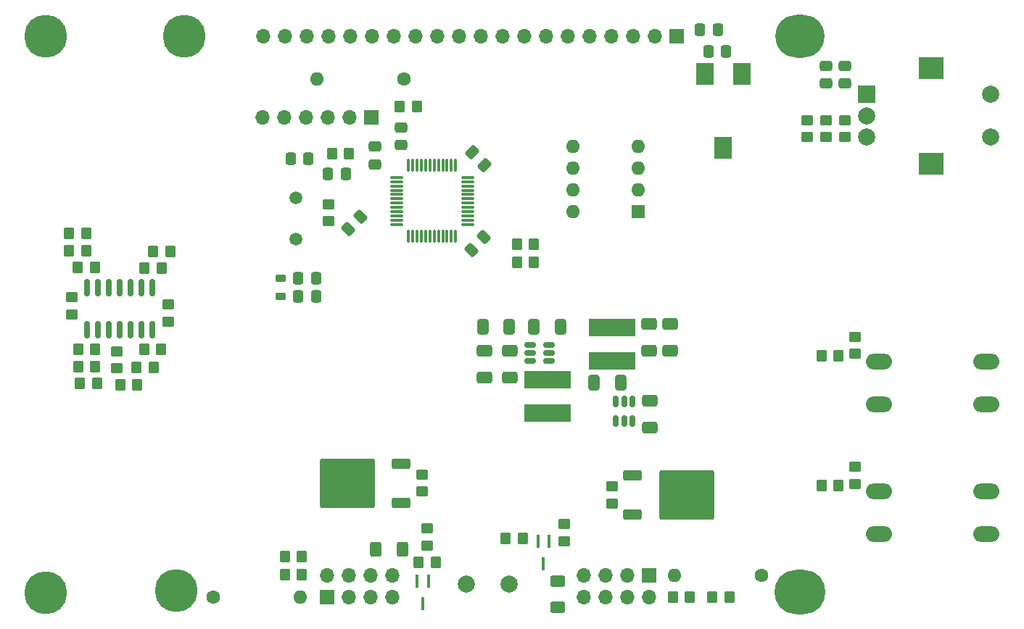
<source format=gbr>
%TF.GenerationSoftware,KiCad,Pcbnew,7.0.6*%
%TF.CreationDate,2023-08-14T13:22:57+02:00*%
%TF.ProjectId,forrasztos,666f7272-6173-47a7-946f-732e6b696361,rev?*%
%TF.SameCoordinates,Original*%
%TF.FileFunction,Soldermask,Top*%
%TF.FilePolarity,Negative*%
%FSLAX46Y46*%
G04 Gerber Fmt 4.6, Leading zero omitted, Abs format (unit mm)*
G04 Created by KiCad (PCBNEW 7.0.6) date 2023-08-14 13:22:57*
%MOMM*%
%LPD*%
G01*
G04 APERTURE LIST*
G04 Aperture macros list*
%AMRoundRect*
0 Rectangle with rounded corners*
0 $1 Rounding radius*
0 $2 $3 $4 $5 $6 $7 $8 $9 X,Y pos of 4 corners*
0 Add a 4 corners polygon primitive as box body*
4,1,4,$2,$3,$4,$5,$6,$7,$8,$9,$2,$3,0*
0 Add four circle primitives for the rounded corners*
1,1,$1+$1,$2,$3*
1,1,$1+$1,$4,$5*
1,1,$1+$1,$6,$7*
1,1,$1+$1,$8,$9*
0 Add four rect primitives between the rounded corners*
20,1,$1+$1,$2,$3,$4,$5,0*
20,1,$1+$1,$4,$5,$6,$7,0*
20,1,$1+$1,$6,$7,$8,$9,0*
20,1,$1+$1,$8,$9,$2,$3,0*%
G04 Aperture macros list end*
%ADD10RoundRect,0.250000X0.400000X0.625000X-0.400000X0.625000X-0.400000X-0.625000X0.400000X-0.625000X0*%
%ADD11RoundRect,0.250000X0.450000X-0.350000X0.450000X0.350000X-0.450000X0.350000X-0.450000X-0.350000X0*%
%ADD12C,2.900000*%
%ADD13C,5.000000*%
%ADD14RoundRect,0.150000X0.150000X-0.512500X0.150000X0.512500X-0.150000X0.512500X-0.150000X-0.512500X0*%
%ADD15O,3.670000X3.100000*%
%ADD16O,5.970000X5.200000*%
%ADD17O,3.670000X2.900000*%
%ADD18O,5.770000X5.000000*%
%ADD19RoundRect,0.250000X-0.337500X-0.475000X0.337500X-0.475000X0.337500X0.475000X-0.337500X0.475000X0*%
%ADD20O,1.700000X1.700000*%
%ADD21R,1.700000X1.700000*%
%ADD22R,0.450000X1.500000*%
%ADD23RoundRect,0.250000X0.475000X-0.337500X0.475000X0.337500X-0.475000X0.337500X-0.475000X-0.337500X0*%
%ADD24RoundRect,0.250000X-0.350000X-0.450000X0.350000X-0.450000X0.350000X0.450000X-0.350000X0.450000X0*%
%ADD25RoundRect,0.150000X-0.150000X0.825000X-0.150000X-0.825000X0.150000X-0.825000X0.150000X0.825000X0*%
%ADD26RoundRect,0.150000X0.512500X0.150000X-0.512500X0.150000X-0.512500X-0.150000X0.512500X-0.150000X0*%
%ADD27RoundRect,0.250000X-0.574524X-0.097227X-0.097227X-0.574524X0.574524X0.097227X0.097227X0.574524X0*%
%ADD28RoundRect,0.249997X-2.950003X-2.650003X2.950003X-2.650003X2.950003X2.650003X-2.950003X2.650003X0*%
%ADD29RoundRect,0.250000X-0.850000X-0.350000X0.850000X-0.350000X0.850000X0.350000X-0.850000X0.350000X0*%
%ADD30R,5.500000X2.150000*%
%ADD31RoundRect,0.250000X-0.450000X0.350000X-0.450000X-0.350000X0.450000X-0.350000X0.450000X0.350000X0*%
%ADD32RoundRect,0.250000X0.650000X-0.412500X0.650000X0.412500X-0.650000X0.412500X-0.650000X-0.412500X0*%
%ADD33RoundRect,0.075000X-0.662500X-0.075000X0.662500X-0.075000X0.662500X0.075000X-0.662500X0.075000X0*%
%ADD34RoundRect,0.075000X-0.075000X-0.662500X0.075000X-0.662500X0.075000X0.662500X-0.075000X0.662500X0*%
%ADD35RoundRect,0.250000X0.350000X0.450000X-0.350000X0.450000X-0.350000X-0.450000X0.350000X-0.450000X0*%
%ADD36RoundRect,0.250000X-0.097227X0.574524X-0.574524X0.097227X0.097227X-0.574524X0.574524X-0.097227X0*%
%ADD37RoundRect,0.218750X-0.381250X0.218750X-0.381250X-0.218750X0.381250X-0.218750X0.381250X0.218750X0*%
%ADD38RoundRect,0.250000X-0.412500X-0.650000X0.412500X-0.650000X0.412500X0.650000X-0.412500X0.650000X0*%
%ADD39RoundRect,0.250000X0.412500X0.650000X-0.412500X0.650000X-0.412500X-0.650000X0.412500X-0.650000X0*%
%ADD40C,1.600000*%
%ADD41O,1.600000X1.600000*%
%ADD42O,3.048000X1.850000*%
%ADD43RoundRect,0.250000X0.625000X-0.400000X0.625000X0.400000X-0.625000X0.400000X-0.625000X-0.400000X0*%
%ADD44R,2.000000X2.500000*%
%ADD45C,1.500000*%
%ADD46C,2.000000*%
%ADD47R,1.600000X1.600000*%
%ADD48R,2.000000X2.000000*%
%ADD49R,3.000000X2.500000*%
%ADD50RoundRect,0.250000X-0.650000X0.412500X-0.650000X-0.412500X0.650000X-0.412500X0.650000X0.412500X0*%
%ADD51RoundRect,0.249997X2.950003X2.650003X-2.950003X2.650003X-2.950003X-2.650003X2.950003X-2.650003X0*%
%ADD52RoundRect,0.250000X0.850000X0.350000X-0.850000X0.350000X-0.850000X-0.350000X0.850000X-0.350000X0*%
G04 APERTURE END LIST*
D10*
%TO.C,R9*%
X137650000Y-125400000D03*
X134550000Y-125400000D03*
%TD*%
D11*
%TO.C,R11*%
X190440000Y-117800000D03*
X190440000Y-115800000D03*
%TD*%
D12*
%TO.C,H3*%
X111200000Y-130300000D03*
D13*
X111200000Y-130300000D03*
%TD*%
D14*
%TO.C,U1*%
X162562499Y-110450000D03*
X163512499Y-110450000D03*
X164462499Y-110450000D03*
X164462499Y-108175000D03*
X163512499Y-108175000D03*
X162562499Y-108175000D03*
%TD*%
D15*
%TO.C,H2*%
X184000000Y-130400000D03*
D16*
X184000000Y-130400000D03*
%TD*%
D17*
%TO.C,H1*%
X184000000Y-65500000D03*
D18*
X184000000Y-65500000D03*
%TD*%
D11*
%TO.C,R1*%
X184850000Y-77300000D03*
X184850000Y-75300000D03*
%TD*%
D19*
%TO.C,C7*%
X173362500Y-67300000D03*
X175437500Y-67300000D03*
%TD*%
D20*
%TO.C,J2*%
X131340000Y-131010000D03*
X133880000Y-131010000D03*
X131340000Y-128470000D03*
X136420000Y-131010000D03*
X133880000Y-128470000D03*
X136420000Y-128470000D03*
D21*
X128800000Y-131010000D03*
D20*
X128800000Y-128470000D03*
%TD*%
D22*
%TO.C,Q2*%
X140650000Y-129140000D03*
X139350000Y-129140000D03*
X140000000Y-131800000D03*
%TD*%
D23*
%TO.C,C16*%
X134400000Y-80437500D03*
X134400000Y-78362500D03*
%TD*%
D19*
%TO.C,C12*%
X125462501Y-93800000D03*
X127537501Y-93800000D03*
%TD*%
%TO.C,C11*%
X125462500Y-95900001D03*
X127537500Y-95900001D03*
%TD*%
D11*
%TO.C,R4*%
X129000000Y-87100000D03*
X129000000Y-85100000D03*
%TD*%
D24*
%TO.C,R20*%
X129400000Y-79200000D03*
X131400000Y-79200000D03*
%TD*%
%TO.C,R29*%
X106585000Y-104185000D03*
X108585000Y-104185000D03*
%TD*%
D11*
%TO.C,R3*%
X187050000Y-77300000D03*
X187050000Y-75300000D03*
%TD*%
D25*
%TO.C,U2*%
X108435000Y-94865000D03*
X107165000Y-94865000D03*
X105895000Y-94865000D03*
X104625000Y-94865000D03*
X103355000Y-94865000D03*
X102085000Y-94865000D03*
X100815000Y-94865000D03*
X100815000Y-99815000D03*
X102085000Y-99815000D03*
X103355000Y-99815000D03*
X104625000Y-99815000D03*
X105895000Y-99815000D03*
X107165000Y-99815000D03*
X108435000Y-99815000D03*
%TD*%
D19*
%TO.C,C8*%
X172362500Y-64700000D03*
X174437500Y-64700000D03*
%TD*%
D26*
%TO.C,U3*%
X154787500Y-103425000D03*
X154787500Y-102475000D03*
X154787500Y-101525000D03*
X152512500Y-101525000D03*
X152512500Y-102475000D03*
X152512500Y-103425000D03*
%TD*%
D27*
%TO.C,C14*%
X145766377Y-79066377D03*
X147233623Y-80533623D03*
%TD*%
D24*
%TO.C,R8*%
X139500000Y-127000000D03*
X141500000Y-127000000D03*
%TD*%
D28*
%TO.C,Q3*%
X170800000Y-119100000D03*
D29*
X164500000Y-116820000D03*
X164500000Y-121380000D03*
%TD*%
D30*
%TO.C,L2*%
X154612500Y-105650000D03*
X154612500Y-109500000D03*
%TD*%
D31*
%TO.C,R5*%
X139900000Y-116700000D03*
X139900000Y-118700000D03*
%TD*%
D32*
%TO.C,C21*%
X147212500Y-105337500D03*
X147212500Y-102212500D03*
%TD*%
D33*
%TO.C,U5*%
X136930500Y-81987500D03*
X136930500Y-82487500D03*
X136930500Y-82987500D03*
X136930500Y-83487500D03*
X136930500Y-83987500D03*
X136930500Y-84487500D03*
X136930500Y-84987500D03*
X136930500Y-85487500D03*
X136930500Y-85987500D03*
X136930500Y-86487500D03*
X136930500Y-86987500D03*
X136930500Y-87487500D03*
D34*
X138343000Y-88900000D03*
X138843000Y-88900000D03*
X139343000Y-88900000D03*
X139843000Y-88900000D03*
X140343000Y-88900000D03*
X140843000Y-88900000D03*
X141343000Y-88900000D03*
X141843000Y-88900000D03*
X142343000Y-88900000D03*
X142843000Y-88900000D03*
X143343000Y-88900000D03*
X143843000Y-88900000D03*
D33*
X145255500Y-87487500D03*
X145255500Y-86987500D03*
X145255500Y-86487500D03*
X145255500Y-85987500D03*
X145255500Y-85487500D03*
X145255500Y-84987500D03*
X145255500Y-84487500D03*
X145255500Y-83987500D03*
X145255500Y-83487500D03*
X145255500Y-82987500D03*
X145255500Y-82487500D03*
X145255500Y-81987500D03*
D34*
X143843000Y-80575000D03*
X143343000Y-80575000D03*
X142843000Y-80575000D03*
X142343000Y-80575000D03*
X141843000Y-80575000D03*
X141343000Y-80575000D03*
X140843000Y-80575000D03*
X140343000Y-80575000D03*
X139843000Y-80575000D03*
X139343000Y-80575000D03*
X138843000Y-80575000D03*
X138343000Y-80575000D03*
%TD*%
D23*
%TO.C,C17*%
X189250000Y-71000000D03*
X189250000Y-68925000D03*
%TD*%
D19*
%TO.C,C23*%
X124562500Y-79800000D03*
X126637500Y-79800000D03*
%TD*%
D35*
%TO.C,R34*%
X106685000Y-106185000D03*
X104685000Y-106185000D03*
%TD*%
D24*
%TO.C,R12*%
X123900000Y-126300000D03*
X125900000Y-126300000D03*
%TD*%
D36*
%TO.C,C13*%
X147133623Y-88966377D03*
X145666377Y-90433623D03*
%TD*%
D37*
%TO.C,FB2*%
X123400000Y-93737500D03*
X123400000Y-95862500D03*
%TD*%
D24*
%TO.C,R15*%
X98715000Y-88515000D03*
X100715000Y-88515000D03*
%TD*%
%TO.C,R18*%
X108522107Y-90615000D03*
X110522107Y-90615000D03*
%TD*%
D35*
%TO.C,R38*%
X171200000Y-131000000D03*
X169200000Y-131000000D03*
%TD*%
D20*
%TO.C,J5*%
X163860000Y-128460000D03*
X163860000Y-131000000D03*
X161320000Y-131000000D03*
X161320000Y-128460000D03*
X158780000Y-128460000D03*
X158780000Y-131000000D03*
D21*
X166400000Y-128460000D03*
D20*
X166400000Y-131000000D03*
%TD*%
D24*
%TO.C,R33*%
X107485000Y-102085000D03*
X109485000Y-102085000D03*
%TD*%
D21*
%TO.C,J3*%
X169615000Y-65500000D03*
D20*
X167075000Y-65500000D03*
X164535000Y-65500000D03*
X161995000Y-65500000D03*
X159455000Y-65500000D03*
X156915000Y-65500000D03*
X154375000Y-65500000D03*
X151835000Y-65500000D03*
X149295000Y-65500000D03*
X146755000Y-65500000D03*
X144215000Y-65500000D03*
X141675000Y-65500000D03*
X139135000Y-65500000D03*
X136595000Y-65500000D03*
X134055000Y-65500000D03*
X131515000Y-65500000D03*
X128975000Y-65500000D03*
X126435000Y-65500000D03*
X123895000Y-65500000D03*
X121355000Y-65500000D03*
%TD*%
D31*
%TO.C,R32*%
X99015000Y-96015000D03*
X99015000Y-98015000D03*
%TD*%
D24*
%TO.C,R7*%
X151000000Y-91900000D03*
X153000000Y-91900000D03*
%TD*%
D21*
%TO.C,J4*%
X133981000Y-74958500D03*
D20*
X131441000Y-74958500D03*
X128901000Y-74958500D03*
X126361000Y-74958500D03*
X123821000Y-74958500D03*
X121281000Y-74958500D03*
%TD*%
D38*
%TO.C,C20*%
X147000000Y-99475000D03*
X150125000Y-99475000D03*
%TD*%
D11*
%TO.C,R13*%
X140500000Y-125000000D03*
X140500000Y-123000000D03*
%TD*%
D23*
%TO.C,C15*%
X137500000Y-78200000D03*
X137500000Y-76125000D03*
%TD*%
D35*
%TO.C,R19*%
X101985000Y-106085000D03*
X99985000Y-106085000D03*
%TD*%
D39*
%TO.C,C19*%
X156125000Y-99475000D03*
X153000000Y-99475000D03*
%TD*%
D40*
%TO.C,R40*%
X179560000Y-128460000D03*
D41*
X169400000Y-128460000D03*
%TD*%
D32*
%TO.C,C10*%
X150212500Y-105337500D03*
X150212500Y-102212500D03*
%TD*%
%TO.C,C2*%
X166500000Y-111237500D03*
X166500000Y-108112500D03*
%TD*%
D11*
%TO.C,R16*%
X104285000Y-104285000D03*
X104285000Y-102285000D03*
%TD*%
D35*
%TO.C,R25*%
X101785000Y-102085000D03*
X99785000Y-102085000D03*
%TD*%
%TO.C,R28*%
X100715000Y-90515000D03*
X98715000Y-90515000D03*
%TD*%
%TO.C,R31*%
X101715000Y-92515000D03*
X99715000Y-92515000D03*
%TD*%
D40*
%TO.C,R30*%
X137830000Y-70500000D03*
D41*
X127670000Y-70500000D03*
%TD*%
D42*
%TO.C,SW2*%
X193300000Y-103500000D03*
X205800000Y-103500000D03*
X193300000Y-108500000D03*
X205800000Y-108500000D03*
%TD*%
D43*
%TO.C,R37*%
X155800000Y-132250000D03*
X155800000Y-129150000D03*
%TD*%
D44*
%TO.C,RV1*%
X172950000Y-69875000D03*
X175100000Y-78525000D03*
X177250000Y-69875000D03*
%TD*%
D23*
%TO.C,C18*%
X187050000Y-71000000D03*
X187050000Y-68925000D03*
%TD*%
D12*
%TO.C,H5*%
X96000000Y-65500000D03*
D13*
X96000000Y-65500000D03*
%TD*%
D24*
%TO.C,R22*%
X99785000Y-104085000D03*
X101785000Y-104085000D03*
%TD*%
D11*
%TO.C,R2*%
X189250000Y-77300000D03*
X189250000Y-75300000D03*
%TD*%
D45*
%TO.C,Y1*%
X125200000Y-84350000D03*
X125200000Y-89230000D03*
%TD*%
D31*
%TO.C,R36*%
X156500000Y-122500000D03*
X156500000Y-124500000D03*
%TD*%
D24*
%TO.C,R27*%
X137299000Y-73688500D03*
X139299000Y-73688500D03*
%TD*%
D42*
%TO.C,SW3*%
X193300000Y-118700000D03*
X205800000Y-118700000D03*
X193300000Y-123700000D03*
X205800000Y-123700000D03*
%TD*%
D11*
%TO.C,R35*%
X162075000Y-120075000D03*
X162075000Y-118075000D03*
%TD*%
D46*
%TO.C,J1*%
X145100000Y-129500000D03*
X150100000Y-129500000D03*
%TD*%
D36*
%TO.C,C22*%
X132733623Y-86566377D03*
X131266377Y-88033623D03*
%TD*%
D12*
%TO.C,H6*%
X112200000Y-65500000D03*
D13*
X112200000Y-65500000D03*
%TD*%
D47*
%TO.C,U4*%
X165200000Y-86000000D03*
D41*
X165200000Y-83460000D03*
X165200000Y-80920000D03*
X165200000Y-78380000D03*
X157580000Y-78380000D03*
X157580000Y-80920000D03*
X157580000Y-83460000D03*
X157580000Y-86000000D03*
%TD*%
D38*
%TO.C,C1*%
X160000000Y-105975000D03*
X163125000Y-105975000D03*
%TD*%
D24*
%TO.C,R6*%
X151000000Y-89800000D03*
X153000000Y-89800000D03*
%TD*%
D40*
%TO.C,R14*%
X115520000Y-131000000D03*
D41*
X125680000Y-131000000D03*
%TD*%
D19*
%TO.C,C9*%
X128962500Y-81600000D03*
X131037500Y-81600000D03*
%TD*%
D12*
%TO.C,H4*%
X96000000Y-130500000D03*
D13*
X96000000Y-130500000D03*
%TD*%
D48*
%TO.C,SW1*%
X191850000Y-72300000D03*
D46*
X191850000Y-77300000D03*
X191850000Y-74800000D03*
D49*
X199350000Y-69200000D03*
X199350000Y-80400000D03*
D46*
X206350000Y-72300000D03*
X206350000Y-77300000D03*
%TD*%
D11*
%TO.C,R26*%
X190440000Y-102600000D03*
X190440000Y-100600000D03*
%TD*%
D50*
%TO.C,C4*%
X168900000Y-99112500D03*
X168900000Y-102237500D03*
%TD*%
D35*
%TO.C,R17*%
X125900000Y-128400000D03*
X123900000Y-128400000D03*
%TD*%
D30*
%TO.C,L1*%
X162100000Y-103400000D03*
X162100000Y-99550000D03*
%TD*%
D35*
%TO.C,R39*%
X151700000Y-124200000D03*
X149700000Y-124200000D03*
%TD*%
D50*
%TO.C,C3*%
X166400000Y-99112500D03*
X166400000Y-102237500D03*
%TD*%
D24*
%TO.C,R10*%
X186540000Y-102800000D03*
X188540000Y-102800000D03*
%TD*%
%TO.C,R24*%
X186540000Y-118000000D03*
X188540000Y-118000000D03*
%TD*%
D22*
%TO.C,Q4*%
X154750000Y-124470000D03*
X153450000Y-124470000D03*
X154100000Y-127130000D03*
%TD*%
D11*
%TO.C,R21*%
X110315000Y-98815000D03*
X110315000Y-96815000D03*
%TD*%
D24*
%TO.C,R23*%
X107515000Y-92615000D03*
X109515000Y-92615000D03*
%TD*%
%TO.C,R41*%
X173800000Y-131000000D03*
X175800000Y-131000000D03*
%TD*%
D51*
%TO.C,Q1*%
X131200000Y-117700000D03*
D52*
X137500000Y-119980000D03*
X137500000Y-115420000D03*
%TD*%
M02*

</source>
